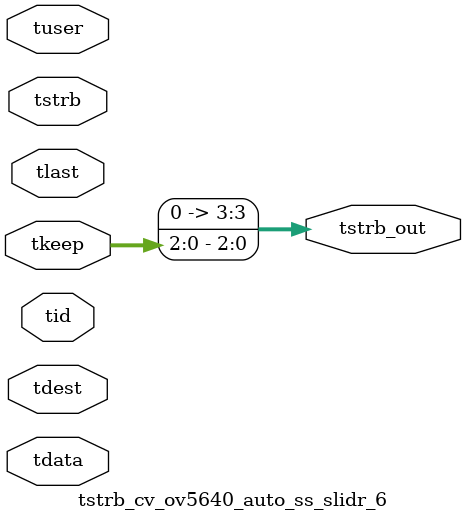
<source format=v>


`timescale 1ps/1ps

module tstrb_cv_ov5640_auto_ss_slidr_6 #
(
parameter C_S_AXIS_TDATA_WIDTH = 32,
parameter C_S_AXIS_TUSER_WIDTH = 0,
parameter C_S_AXIS_TID_WIDTH   = 0,
parameter C_S_AXIS_TDEST_WIDTH = 0,
parameter C_M_AXIS_TDATA_WIDTH = 32
)
(
input  [(C_S_AXIS_TDATA_WIDTH == 0 ? 1 : C_S_AXIS_TDATA_WIDTH)-1:0     ] tdata,
input  [(C_S_AXIS_TUSER_WIDTH == 0 ? 1 : C_S_AXIS_TUSER_WIDTH)-1:0     ] tuser,
input  [(C_S_AXIS_TID_WIDTH   == 0 ? 1 : C_S_AXIS_TID_WIDTH)-1:0       ] tid,
input  [(C_S_AXIS_TDEST_WIDTH == 0 ? 1 : C_S_AXIS_TDEST_WIDTH)-1:0     ] tdest,
input  [(C_S_AXIS_TDATA_WIDTH/8)-1:0 ] tkeep,
input  [(C_S_AXIS_TDATA_WIDTH/8)-1:0 ] tstrb,
input                                                                    tlast,
output [(C_M_AXIS_TDATA_WIDTH/8)-1:0 ] tstrb_out
);

assign tstrb_out = {tkeep[2:0]};

endmodule


</source>
